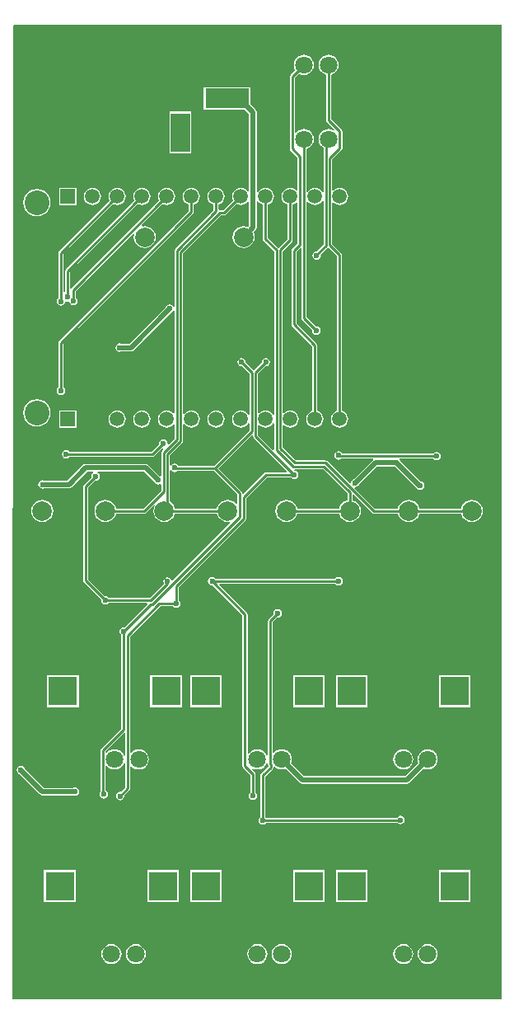
<source format=gbl>
G04*
G04 #@! TF.GenerationSoftware,Altium Limited,Altium Designer,19.0.10 (269)*
G04*
G04 Layer_Physical_Order=2*
G04 Layer_Color=16711680*
%FSLAX25Y25*%
%MOIN*%
G70*
G01*
G75*
%ADD46C,0.02000*%
%ADD47C,0.01000*%
%ADD48C,0.07874*%
%ADD49C,0.19685*%
%ADD50R,0.17717X0.07874*%
%ADD51R,0.07874X0.15748*%
%ADD52C,0.10000*%
%ADD53C,0.05906*%
%ADD54R,0.05906X0.05906*%
%ADD55R,0.11811X0.11811*%
%ADD56C,0.07087*%
%ADD57C,0.07087*%
%ADD58C,0.02362*%
G36*
X185825Y-21508D02*
X-12021D01*
X-12374Y-21154D01*
X-11975Y372392D01*
X-11575Y372792D01*
X185825D01*
Y-21508D01*
D02*
G37*
%LPC*%
G36*
X115625Y360470D02*
X114570Y360331D01*
X113586Y359924D01*
X112741Y359276D01*
X112093Y358431D01*
X111686Y357448D01*
X111547Y356392D01*
X111686Y355337D01*
X112093Y354353D01*
X112741Y353508D01*
X113586Y352860D01*
X114570Y352453D01*
X114606Y352448D01*
Y334073D01*
X114683Y333683D01*
X114904Y333352D01*
X117924Y330332D01*
X117664Y329924D01*
X116681Y330331D01*
X115625Y330470D01*
X114570Y330331D01*
X113586Y329924D01*
X112741Y329276D01*
X112093Y328431D01*
X111686Y327448D01*
X111547Y326392D01*
X111686Y325337D01*
X112093Y324353D01*
X112741Y323508D01*
X113586Y322860D01*
X113628Y322843D01*
Y305013D01*
X113128Y304913D01*
X113116Y304941D01*
X112563Y305663D01*
X111841Y306216D01*
X111001Y306564D01*
X110100Y306683D01*
X109199Y306564D01*
X108359Y306216D01*
X107638Y305663D01*
X107145Y305020D01*
X106838Y305061D01*
X106645Y305155D01*
Y322448D01*
X106681Y322453D01*
X107664Y322860D01*
X108509Y323508D01*
X109157Y324353D01*
X109564Y325337D01*
X109703Y326392D01*
X109564Y327448D01*
X109157Y328431D01*
X108509Y329276D01*
X107664Y329924D01*
X106681Y330331D01*
X105625Y330470D01*
X104570Y330331D01*
X103586Y329924D01*
X102742Y329276D01*
X102445Y328889D01*
X101945Y329059D01*
Y351270D01*
X103557Y352882D01*
X103586Y352860D01*
X104570Y352453D01*
X105625Y352314D01*
X106681Y352453D01*
X107664Y352860D01*
X108509Y353508D01*
X109157Y354353D01*
X109564Y355337D01*
X109703Y356392D01*
X109564Y357448D01*
X109157Y358431D01*
X108509Y359276D01*
X107664Y359924D01*
X106681Y360331D01*
X105625Y360470D01*
X104570Y360331D01*
X103586Y359924D01*
X102742Y359276D01*
X102093Y358431D01*
X101686Y357448D01*
X101547Y356392D01*
X101686Y355337D01*
X102093Y354353D01*
X102115Y354324D01*
X100204Y352413D01*
X99983Y352082D01*
X99906Y351692D01*
Y322492D01*
X99983Y322102D01*
X100204Y321771D01*
X103033Y318942D01*
Y305822D01*
X102728Y305719D01*
X102533Y305685D01*
X101841Y306216D01*
X101001Y306564D01*
X100100Y306683D01*
X99199Y306564D01*
X98359Y306216D01*
X97637Y305663D01*
X97084Y304941D01*
X96736Y304101D01*
X96618Y303200D01*
X96736Y302299D01*
X97084Y301459D01*
X97637Y300738D01*
X98359Y300184D01*
X99080Y299885D01*
Y285889D01*
X95710Y282519D01*
X95420Y282240D01*
X95032Y282527D01*
X91120Y286440D01*
Y299885D01*
X91841Y300184D01*
X92563Y300738D01*
X93116Y301459D01*
X93464Y302299D01*
X93583Y303200D01*
X93464Y304101D01*
X93116Y304941D01*
X92563Y305663D01*
X91841Y306216D01*
X91001Y306564D01*
X90100Y306683D01*
X89199Y306564D01*
X88359Y306216D01*
X87638Y305663D01*
X87084Y304941D01*
X87055Y304870D01*
X86555Y304970D01*
Y337313D01*
X86438Y337899D01*
X86107Y338395D01*
X83884Y340618D01*
Y347329D01*
X65167D01*
Y338455D01*
X81721D01*
X83496Y336680D01*
Y305268D01*
X82996Y305098D01*
X82563Y305663D01*
X81841Y306216D01*
X81001Y306564D01*
X80100Y306683D01*
X79199Y306564D01*
X78359Y306216D01*
X77637Y305663D01*
X77084Y304941D01*
X76736Y304101D01*
X76617Y303200D01*
X76736Y302299D01*
X77035Y301577D01*
X72970Y297512D01*
X71547D01*
X71120Y297937D01*
Y299885D01*
X71841Y300184D01*
X72562Y300738D01*
X73116Y301459D01*
X73464Y302299D01*
X73583Y303200D01*
X73464Y304101D01*
X73116Y304941D01*
X72562Y305663D01*
X71841Y306216D01*
X71001Y306564D01*
X70100Y306683D01*
X69199Y306564D01*
X68359Y306216D01*
X67637Y305663D01*
X67084Y304941D01*
X66736Y304101D01*
X66618Y303200D01*
X66736Y302299D01*
X67084Y301459D01*
X67637Y300738D01*
X68359Y300184D01*
X69080Y299885D01*
Y297589D01*
X53582Y282091D01*
X53361Y281760D01*
X53283Y281370D01*
Y258758D01*
X52783Y258606D01*
X52512Y259012D01*
X51956Y259384D01*
X51300Y259514D01*
X50644Y259384D01*
X50088Y259012D01*
X49716Y258456D01*
X49697Y258360D01*
X34966Y243629D01*
X31837D01*
X31756Y243684D01*
X31100Y243814D01*
X30444Y243684D01*
X29888Y243312D01*
X29516Y242756D01*
X29386Y242100D01*
X29516Y241444D01*
X29888Y240888D01*
X30444Y240516D01*
X31100Y240386D01*
X31756Y240516D01*
X31837Y240571D01*
X35600D01*
X36185Y240687D01*
X36681Y241019D01*
X51860Y256197D01*
X51956Y256216D01*
X52512Y256588D01*
X52783Y256994D01*
X53283Y256842D01*
Y215545D01*
X52783Y215375D01*
X52562Y215663D01*
X51841Y216216D01*
X51001Y216564D01*
X50100Y216683D01*
X49199Y216564D01*
X48359Y216216D01*
X47638Y215663D01*
X47084Y214941D01*
X46736Y214101D01*
X46617Y213200D01*
X46736Y212299D01*
X47084Y211459D01*
X47638Y210737D01*
X48359Y210184D01*
X49199Y209836D01*
X50100Y209717D01*
X51001Y209836D01*
X51841Y210184D01*
X52562Y210737D01*
X52783Y211025D01*
X53283Y210855D01*
Y205426D01*
X50899Y203042D01*
X50438Y203288D01*
X50439Y203292D01*
X50309Y203948D01*
X49937Y204504D01*
X49381Y204876D01*
X48725Y205006D01*
X48069Y204876D01*
X47513Y204504D01*
X47142Y203948D01*
X47011Y203292D01*
X47056Y203065D01*
X44003Y200012D01*
X10766D01*
X10637Y200204D01*
X10081Y200576D01*
X9425Y200706D01*
X8769Y200576D01*
X8213Y200204D01*
X7842Y199648D01*
X7711Y198992D01*
X7842Y198336D01*
X8213Y197780D01*
X8769Y197409D01*
X9425Y197278D01*
X10081Y197409D01*
X10637Y197780D01*
X10766Y197973D01*
X44425D01*
X44815Y198050D01*
X45146Y198271D01*
X48282Y201407D01*
X48520Y201370D01*
X48693Y200836D01*
X48204Y200347D01*
X47983Y200016D01*
X47906Y199626D01*
Y190251D01*
X47406Y189983D01*
X47256Y190084D01*
X47160Y190103D01*
X42689Y194574D01*
X42193Y194905D01*
X41608Y195021D01*
X17225D01*
X16640Y194905D01*
X16144Y194574D01*
X9892Y188321D01*
X580D01*
X499Y188376D01*
X-157Y188506D01*
X-813Y188376D01*
X-1369Y188004D01*
X-1740Y187448D01*
X-1871Y186792D01*
X-1740Y186136D01*
X-1369Y185580D01*
X-813Y185209D01*
X-157Y185078D01*
X499Y185209D01*
X580Y185263D01*
X10525D01*
X11111Y185379D01*
X11607Y185711D01*
X17859Y191963D01*
X20349D01*
X20500Y191463D01*
X20113Y191204D01*
X19742Y190648D01*
X19611Y189992D01*
X19656Y189765D01*
X16504Y186613D01*
X16283Y186282D01*
X16206Y185892D01*
Y147892D01*
X16283Y147502D01*
X16504Y147171D01*
X23556Y140119D01*
X23511Y139892D01*
X23642Y139236D01*
X24013Y138680D01*
X24569Y138309D01*
X25225Y138178D01*
X25881Y138309D01*
X26437Y138680D01*
X26566Y138873D01*
X42110D01*
X42302Y138411D01*
X32952Y129061D01*
X32725Y129106D01*
X32069Y128976D01*
X31513Y128604D01*
X31142Y128048D01*
X31011Y127392D01*
X31142Y126736D01*
X31513Y126180D01*
X31706Y126052D01*
Y88115D01*
X23604Y80013D01*
X23383Y79682D01*
X23306Y79292D01*
Y62393D01*
X23142Y62148D01*
X23011Y61492D01*
X23142Y60836D01*
X23513Y60280D01*
X24069Y59909D01*
X24725Y59778D01*
X25381Y59909D01*
X25937Y60280D01*
X26309Y60836D01*
X26439Y61492D01*
X26309Y62148D01*
X25937Y62704D01*
X25381Y63076D01*
X25345Y63083D01*
Y72942D01*
X25845Y73112D01*
X26123Y72749D01*
X26968Y72101D01*
X27952Y71693D01*
X29007Y71554D01*
X30063Y71693D01*
X31046Y72101D01*
X31891Y72749D01*
X32539Y73593D01*
X32787Y74191D01*
X33287Y74092D01*
Y64296D01*
X31452Y62461D01*
X31225Y62506D01*
X30569Y62376D01*
X30013Y62004D01*
X29642Y61448D01*
X29511Y60792D01*
X29642Y60136D01*
X30013Y59580D01*
X30569Y59209D01*
X31225Y59078D01*
X31881Y59209D01*
X32437Y59580D01*
X32809Y60136D01*
X32939Y60792D01*
X32894Y61019D01*
X35027Y63152D01*
X35248Y63483D01*
X35326Y63873D01*
Y72805D01*
X35799Y72966D01*
X35966Y72749D01*
X36810Y72101D01*
X37794Y71693D01*
X38850Y71554D01*
X39905Y71693D01*
X40889Y72101D01*
X41733Y72749D01*
X42382Y73593D01*
X42789Y74577D01*
X42928Y75632D01*
X42789Y76688D01*
X42382Y77671D01*
X41733Y78516D01*
X40889Y79164D01*
X39905Y79571D01*
X38850Y79711D01*
X37794Y79571D01*
X36810Y79164D01*
X35966Y78516D01*
X35799Y78299D01*
X35326Y78460D01*
Y125351D01*
X47548Y137573D01*
X52585D01*
X52713Y137380D01*
X53269Y137009D01*
X53925Y136878D01*
X54581Y137009D01*
X55137Y137380D01*
X55509Y137936D01*
X55639Y138592D01*
X55509Y139248D01*
X55137Y139804D01*
X54945Y139933D01*
Y145364D01*
X81916Y172336D01*
X82138Y172666D01*
X82215Y173057D01*
Y181273D01*
X90614Y189673D01*
X100385D01*
X100513Y189480D01*
X101069Y189109D01*
X101725Y188978D01*
X102381Y189109D01*
X102937Y189480D01*
X103309Y190036D01*
X103439Y190692D01*
X103309Y191348D01*
X102937Y191904D01*
X102381Y192276D01*
X101874Y192376D01*
X101804Y192473D01*
X102056Y192973D01*
X113391D01*
X123172Y183191D01*
Y180367D01*
X123034Y180349D01*
X121954Y179902D01*
X121027Y179191D01*
X120316Y178264D01*
X119869Y177184D01*
X119851Y177046D01*
X102942D01*
X102924Y177184D01*
X102477Y178264D01*
X101766Y179191D01*
X100839Y179902D01*
X99760Y180349D01*
X98601Y180501D01*
X97443Y180349D01*
X96364Y179902D01*
X95437Y179191D01*
X94726Y178264D01*
X94279Y177184D01*
X94126Y176026D01*
X94279Y174868D01*
X94726Y173788D01*
X95437Y172862D01*
X96364Y172150D01*
X97443Y171703D01*
X98601Y171551D01*
X99760Y171703D01*
X100839Y172150D01*
X101766Y172862D01*
X102477Y173788D01*
X102924Y174868D01*
X102942Y175006D01*
X119851D01*
X119869Y174868D01*
X120316Y173788D01*
X121027Y172862D01*
X121954Y172150D01*
X123034Y171703D01*
X124192Y171551D01*
X125350Y171703D01*
X126429Y172150D01*
X127356Y172862D01*
X128068Y173788D01*
X128515Y174868D01*
X128667Y176026D01*
X128515Y177184D01*
X128068Y178264D01*
X127356Y179191D01*
X126429Y179902D01*
X125350Y180349D01*
X125212Y180367D01*
Y182620D01*
X125673Y182811D01*
X133180Y175305D01*
X133510Y175084D01*
X133901Y175006D01*
X143694D01*
X143712Y174868D01*
X144159Y173788D01*
X144870Y172862D01*
X145797Y172150D01*
X146876Y171703D01*
X148035Y171551D01*
X149193Y171703D01*
X150272Y172150D01*
X151199Y172862D01*
X151910Y173788D01*
X152357Y174868D01*
X152376Y175006D01*
X169284D01*
X169302Y174868D01*
X169749Y173788D01*
X170461Y172862D01*
X171388Y172150D01*
X172467Y171703D01*
X173625Y171551D01*
X174784Y171703D01*
X175863Y172150D01*
X176790Y172862D01*
X177501Y173788D01*
X177948Y174868D01*
X178101Y176026D01*
X177948Y177184D01*
X177501Y178264D01*
X176790Y179191D01*
X175863Y179902D01*
X174784Y180349D01*
X173625Y180501D01*
X172467Y180349D01*
X171388Y179902D01*
X170461Y179191D01*
X169749Y178264D01*
X169302Y177184D01*
X169284Y177046D01*
X152376D01*
X152357Y177184D01*
X151910Y178264D01*
X151199Y179191D01*
X150272Y179902D01*
X149193Y180349D01*
X148035Y180501D01*
X146876Y180349D01*
X145797Y179902D01*
X144870Y179191D01*
X144159Y178264D01*
X143712Y177184D01*
X143694Y177046D01*
X134323D01*
X126141Y185228D01*
X126387Y185688D01*
X126400Y185686D01*
X127056Y185816D01*
X127612Y186188D01*
X127984Y186744D01*
X128003Y186840D01*
X135233Y194071D01*
X142363D01*
X142444Y194016D01*
X142540Y193997D01*
X151319Y185219D01*
X151467Y185119D01*
X151488Y185088D01*
X152044Y184716D01*
X152700Y184586D01*
X153356Y184716D01*
X153912Y185088D01*
X154284Y185644D01*
X154414Y186300D01*
X154284Y186956D01*
X153912Y187512D01*
X153356Y187884D01*
X152886Y187977D01*
X144703Y196160D01*
X144684Y196256D01*
X144312Y196812D01*
X144296Y196823D01*
X144448Y197322D01*
X157884D01*
X158113Y196980D01*
X158669Y196609D01*
X159325Y196478D01*
X159981Y196609D01*
X160537Y196980D01*
X160909Y197536D01*
X161039Y198192D01*
X160909Y198848D01*
X160537Y199404D01*
X159981Y199776D01*
X159325Y199906D01*
X158669Y199776D01*
X158113Y199404D01*
X158085Y199362D01*
X121166D01*
X120937Y199704D01*
X120381Y200076D01*
X119725Y200206D01*
X119069Y200076D01*
X118513Y199704D01*
X118142Y199148D01*
X118011Y198492D01*
X118142Y197836D01*
X118513Y197280D01*
X119069Y196909D01*
X119725Y196778D01*
X120381Y196909D01*
X120937Y197280D01*
X120966Y197322D01*
X133578D01*
X133730Y196823D01*
X133519Y196681D01*
X125840Y189003D01*
X125744Y188984D01*
X125188Y188612D01*
X124816Y188056D01*
X124686Y187400D01*
X124688Y187387D01*
X124228Y187141D01*
X115155Y196213D01*
X114825Y196434D01*
X114435Y196512D01*
X102448D01*
X97167Y201792D01*
Y210578D01*
X97472Y210681D01*
X97667Y210715D01*
X98359Y210184D01*
X99199Y209836D01*
X100100Y209717D01*
X101001Y209836D01*
X101841Y210184D01*
X102563Y210737D01*
X103116Y211459D01*
X103464Y212299D01*
X103583Y213200D01*
X103464Y214101D01*
X103116Y214941D01*
X102563Y215663D01*
X101841Y216216D01*
X101001Y216564D01*
X100100Y216683D01*
X99199Y216564D01*
X98359Y216216D01*
X97667Y215685D01*
X97472Y215719D01*
X97167Y215822D01*
Y281092D01*
X100821Y284746D01*
X101042Y285077D01*
X101120Y285467D01*
Y299885D01*
X101841Y300184D01*
X102533Y300715D01*
X102728Y300681D01*
X103033Y300578D01*
Y284115D01*
X100804Y281886D01*
X100583Y281555D01*
X100506Y281165D01*
Y251492D01*
X100583Y251102D01*
X100804Y250771D01*
X109080Y242495D01*
Y216515D01*
X108359Y216216D01*
X107638Y215663D01*
X107084Y214941D01*
X106736Y214101D01*
X106617Y213200D01*
X106736Y212299D01*
X107084Y211459D01*
X107638Y210737D01*
X108359Y210184D01*
X109199Y209836D01*
X110100Y209717D01*
X111001Y209836D01*
X111841Y210184D01*
X112563Y210737D01*
X113116Y211459D01*
X113464Y212299D01*
X113583Y213200D01*
X113464Y214101D01*
X113116Y214941D01*
X112563Y215663D01*
X111841Y216216D01*
X111120Y216515D01*
Y242917D01*
X111042Y243307D01*
X110821Y243638D01*
X102545Y251915D01*
Y280742D01*
X104144Y282341D01*
X104606Y282150D01*
Y254092D01*
X104683Y253702D01*
X104904Y253371D01*
X109056Y249219D01*
X109011Y248992D01*
X109142Y248336D01*
X109513Y247780D01*
X110069Y247409D01*
X110725Y247278D01*
X111381Y247409D01*
X111937Y247780D01*
X112309Y248336D01*
X112439Y248992D01*
X112309Y249648D01*
X111937Y250204D01*
X111381Y250576D01*
X110725Y250706D01*
X110498Y250661D01*
X106645Y254515D01*
Y301245D01*
X106838Y301339D01*
X107145Y301380D01*
X107638Y300738D01*
X108359Y300184D01*
X109199Y299836D01*
X110100Y299717D01*
X111001Y299836D01*
X111841Y300184D01*
X112563Y300738D01*
X113116Y301459D01*
X113128Y301487D01*
X113628Y301388D01*
Y283837D01*
X110790Y280999D01*
X110169Y280876D01*
X109613Y280504D01*
X109242Y279948D01*
X109111Y279292D01*
X109242Y278636D01*
X109613Y278080D01*
X110169Y277709D01*
X110825Y277578D01*
X111481Y277709D01*
X112037Y278080D01*
X112409Y278636D01*
X112539Y279292D01*
X112444Y279769D01*
X115368Y282693D01*
X115563Y282712D01*
X119080Y279195D01*
Y216515D01*
X118359Y216216D01*
X117638Y215663D01*
X117084Y214941D01*
X116736Y214101D01*
X116618Y213200D01*
X116736Y212299D01*
X117084Y211459D01*
X117638Y210737D01*
X118359Y210184D01*
X119199Y209836D01*
X120100Y209717D01*
X121001Y209836D01*
X121841Y210184D01*
X122563Y210737D01*
X123116Y211459D01*
X123464Y212299D01*
X123583Y213200D01*
X123464Y214101D01*
X123116Y214941D01*
X122563Y215663D01*
X121841Y216216D01*
X121120Y216515D01*
Y279617D01*
X121042Y280008D01*
X120821Y280338D01*
X117167Y283992D01*
Y300578D01*
X117472Y300681D01*
X117667Y300715D01*
X118359Y300184D01*
X119199Y299836D01*
X120100Y299717D01*
X121001Y299836D01*
X121841Y300184D01*
X122563Y300738D01*
X123116Y301459D01*
X123464Y302299D01*
X123583Y303200D01*
X123464Y304101D01*
X123116Y304941D01*
X122563Y305663D01*
X121841Y306216D01*
X121001Y306564D01*
X120100Y306683D01*
X119199Y306564D01*
X118359Y306216D01*
X117667Y305685D01*
X117472Y305719D01*
X117167Y305822D01*
Y318292D01*
X120889Y322014D01*
X121110Y322345D01*
X121188Y322735D01*
Y329530D01*
X121110Y329920D01*
X120889Y330251D01*
X116645Y334496D01*
Y352448D01*
X116681Y352453D01*
X117664Y352860D01*
X118509Y353508D01*
X119157Y354353D01*
X119564Y355337D01*
X119703Y356392D01*
X119564Y357448D01*
X119157Y358431D01*
X118509Y359276D01*
X117664Y359924D01*
X116681Y360331D01*
X115625Y360470D01*
D02*
G37*
G36*
X60065Y337487D02*
X51191D01*
Y320739D01*
X60065D01*
Y337487D01*
D02*
G37*
G36*
X13553Y306653D02*
X6647D01*
Y299747D01*
X13553D01*
Y306653D01*
D02*
G37*
G36*
X50100Y306683D02*
X49199Y306564D01*
X48359Y306216D01*
X47638Y305663D01*
X47084Y304941D01*
X46736Y304101D01*
X46617Y303200D01*
X46736Y302299D01*
X47035Y301577D01*
X11504Y266046D01*
X11445Y265957D01*
X10945Y266109D01*
Y272603D01*
X38477Y300135D01*
X39199Y299836D01*
X40100Y299717D01*
X41001Y299836D01*
X41841Y300184D01*
X42562Y300738D01*
X43116Y301459D01*
X43464Y302299D01*
X43583Y303200D01*
X43464Y304101D01*
X43116Y304941D01*
X42562Y305663D01*
X41841Y306216D01*
X41001Y306564D01*
X40100Y306683D01*
X39199Y306564D01*
X38359Y306216D01*
X37637Y305663D01*
X37084Y304941D01*
X36736Y304101D01*
X36617Y303200D01*
X36736Y302299D01*
X37035Y301577D01*
X9204Y273746D01*
X8983Y273415D01*
X8906Y273025D01*
Y264304D01*
X8845Y264263D01*
X8345Y264526D01*
Y280003D01*
X28477Y300135D01*
X29199Y299836D01*
X30100Y299717D01*
X31001Y299836D01*
X31841Y300184D01*
X32563Y300738D01*
X33116Y301459D01*
X33464Y302299D01*
X33583Y303200D01*
X33464Y304101D01*
X33116Y304941D01*
X32563Y305663D01*
X31841Y306216D01*
X31001Y306564D01*
X30100Y306683D01*
X29199Y306564D01*
X28359Y306216D01*
X27637Y305663D01*
X27084Y304941D01*
X26736Y304101D01*
X26618Y303200D01*
X26736Y302299D01*
X27035Y301577D01*
X6604Y281146D01*
X6383Y280815D01*
X6306Y280425D01*
Y262133D01*
X6113Y262004D01*
X5742Y261448D01*
X5611Y260792D01*
X5742Y260136D01*
X6113Y259580D01*
X6669Y259209D01*
X7325Y259078D01*
X7981Y259209D01*
X8537Y259580D01*
X8909Y260136D01*
X8981Y260500D01*
X9203Y260814D01*
X9523Y260858D01*
X9925Y260778D01*
X10250Y260843D01*
X10595Y260880D01*
X10793Y260480D01*
X10842Y260236D01*
X11213Y259680D01*
X11769Y259309D01*
X12425Y259178D01*
X13081Y259309D01*
X13637Y259680D01*
X14009Y260236D01*
X14139Y260892D01*
X14009Y261548D01*
X13637Y262104D01*
X13245Y262366D01*
Y264903D01*
X36474Y288132D01*
X36888Y287839D01*
X36750Y286792D01*
X36902Y285634D01*
X37350Y284555D01*
X38061Y283628D01*
X38988Y282916D01*
X40067Y282469D01*
X41225Y282317D01*
X42384Y282469D01*
X43463Y282916D01*
X44390Y283628D01*
X45101Y284555D01*
X45548Y285634D01*
X45700Y286792D01*
X45548Y287950D01*
X45101Y289030D01*
X44390Y289957D01*
X43463Y290668D01*
X42384Y291115D01*
X41225Y291267D01*
X40179Y291130D01*
X39886Y291544D01*
X48477Y300135D01*
X49199Y299836D01*
X50100Y299717D01*
X51001Y299836D01*
X51841Y300184D01*
X52562Y300738D01*
X53116Y301459D01*
X53464Y302299D01*
X53583Y303200D01*
X53464Y304101D01*
X53116Y304941D01*
X52562Y305663D01*
X51841Y306216D01*
X51001Y306564D01*
X50100Y306683D01*
D02*
G37*
G36*
X20100D02*
X19199Y306564D01*
X18359Y306216D01*
X17638Y305663D01*
X17084Y304941D01*
X16736Y304101D01*
X16617Y303200D01*
X16736Y302299D01*
X17084Y301459D01*
X17638Y300738D01*
X18359Y300184D01*
X19199Y299836D01*
X20100Y299717D01*
X21001Y299836D01*
X21841Y300184D01*
X22562Y300738D01*
X23116Y301459D01*
X23464Y302299D01*
X23583Y303200D01*
X23464Y304101D01*
X23116Y304941D01*
X22562Y305663D01*
X21841Y306216D01*
X21001Y306564D01*
X20100Y306683D01*
D02*
G37*
G36*
X-2400Y306247D02*
X-3836Y306059D01*
X-5174Y305504D01*
X-6323Y304623D01*
X-7204Y303474D01*
X-7758Y302136D01*
X-7947Y300700D01*
X-7758Y299264D01*
X-7204Y297926D01*
X-6323Y296777D01*
X-5174Y295896D01*
X-3836Y295342D01*
X-2400Y295153D01*
X-964Y295342D01*
X374Y295896D01*
X1523Y296777D01*
X2404Y297926D01*
X2958Y299264D01*
X3148Y300700D01*
X2958Y302136D01*
X2404Y303474D01*
X1523Y304623D01*
X374Y305504D01*
X-964Y306059D01*
X-2400Y306247D01*
D02*
G37*
G36*
X60100Y306683D02*
X59199Y306564D01*
X58359Y306216D01*
X57638Y305663D01*
X57084Y304941D01*
X56736Y304101D01*
X56617Y303200D01*
X56736Y302299D01*
X57084Y301459D01*
X57638Y300738D01*
X58359Y300184D01*
X59080Y299885D01*
Y297289D01*
X6604Y244813D01*
X6383Y244482D01*
X6306Y244092D01*
Y225933D01*
X6113Y225804D01*
X5742Y225248D01*
X5611Y224592D01*
X5742Y223936D01*
X6113Y223380D01*
X6669Y223009D01*
X7325Y222878D01*
X7981Y223009D01*
X8537Y223380D01*
X8909Y223936D01*
X9039Y224592D01*
X8909Y225248D01*
X8537Y225804D01*
X8345Y225933D01*
Y243670D01*
X60821Y296146D01*
X61042Y296477D01*
X61120Y296867D01*
Y299885D01*
X61841Y300184D01*
X62563Y300738D01*
X63116Y301459D01*
X63464Y302299D01*
X63583Y303200D01*
X63464Y304101D01*
X63116Y304941D01*
X62563Y305663D01*
X61841Y306216D01*
X61001Y306564D01*
X60100Y306683D01*
D02*
G37*
G36*
X-2400Y221248D02*
X-3836Y221059D01*
X-5174Y220504D01*
X-6323Y219623D01*
X-7204Y218474D01*
X-7758Y217136D01*
X-7947Y215700D01*
X-7758Y214264D01*
X-7204Y212926D01*
X-6323Y211777D01*
X-5174Y210896D01*
X-3836Y210342D01*
X-2400Y210153D01*
X-964Y210342D01*
X374Y210896D01*
X1523Y211777D01*
X2404Y212926D01*
X2958Y214264D01*
X3148Y215700D01*
X2958Y217136D01*
X2404Y218474D01*
X1523Y219623D01*
X374Y220504D01*
X-964Y221059D01*
X-2400Y221248D01*
D02*
G37*
G36*
X13553Y216653D02*
X6647D01*
Y209747D01*
X13553D01*
Y216653D01*
D02*
G37*
G36*
X40100Y216683D02*
X39199Y216564D01*
X38359Y216216D01*
X37637Y215663D01*
X37084Y214941D01*
X36736Y214101D01*
X36617Y213200D01*
X36736Y212299D01*
X37084Y211459D01*
X37637Y210737D01*
X38359Y210184D01*
X39199Y209836D01*
X40100Y209717D01*
X41001Y209836D01*
X41841Y210184D01*
X42562Y210737D01*
X43116Y211459D01*
X43464Y212299D01*
X43583Y213200D01*
X43464Y214101D01*
X43116Y214941D01*
X42562Y215663D01*
X41841Y216216D01*
X41001Y216564D01*
X40100Y216683D01*
D02*
G37*
G36*
X30100D02*
X29199Y216564D01*
X28359Y216216D01*
X27637Y215663D01*
X27084Y214941D01*
X26736Y214101D01*
X26618Y213200D01*
X26736Y212299D01*
X27084Y211459D01*
X27637Y210737D01*
X28359Y210184D01*
X29199Y209836D01*
X30100Y209717D01*
X31001Y209836D01*
X31841Y210184D01*
X32563Y210737D01*
X33116Y211459D01*
X33464Y212299D01*
X33583Y213200D01*
X33464Y214101D01*
X33116Y214941D01*
X32563Y215663D01*
X31841Y216216D01*
X31001Y216564D01*
X30100Y216683D01*
D02*
G37*
G36*
X-265Y180501D02*
X-1424Y180349D01*
X-2503Y179902D01*
X-3430Y179191D01*
X-4141Y178264D01*
X-4588Y177184D01*
X-4741Y176026D01*
X-4588Y174868D01*
X-4141Y173788D01*
X-3430Y172862D01*
X-2503Y172150D01*
X-1424Y171703D01*
X-265Y171551D01*
X893Y171703D01*
X1972Y172150D01*
X2899Y172862D01*
X3610Y173788D01*
X4058Y174868D01*
X4210Y176026D01*
X4058Y177184D01*
X3610Y178264D01*
X2899Y179191D01*
X1972Y179902D01*
X893Y180349D01*
X-265Y180501D01*
D02*
G37*
G36*
X119625Y149406D02*
X118969Y149276D01*
X118413Y148904D01*
X118285Y148712D01*
X69866D01*
X69737Y148904D01*
X69181Y149276D01*
X68525Y149406D01*
X67869Y149276D01*
X67313Y148904D01*
X66942Y148348D01*
X66811Y147692D01*
X66942Y147036D01*
X67313Y146480D01*
X67869Y146109D01*
X68525Y145978D01*
X68752Y146023D01*
X80806Y133970D01*
Y72992D01*
X80883Y72602D01*
X81104Y72271D01*
X84006Y69370D01*
Y62233D01*
X83813Y62104D01*
X83442Y61548D01*
X83311Y60892D01*
X83442Y60236D01*
X83813Y59680D01*
X84369Y59309D01*
X85025Y59178D01*
X85681Y59309D01*
X86237Y59680D01*
X86609Y60236D01*
X86739Y60892D01*
X86609Y61548D01*
X86237Y62104D01*
X86045Y62233D01*
Y69792D01*
X85967Y70182D01*
X85746Y70513D01*
X84639Y71620D01*
X84922Y72044D01*
X85770Y71693D01*
X86825Y71554D01*
X87881Y71693D01*
X88864Y72101D01*
X89709Y72749D01*
X90357Y73593D01*
X90605Y74191D01*
X91105Y74092D01*
Y73750D01*
X91182Y73360D01*
X91187Y73354D01*
Y72796D01*
X88304Y69913D01*
X88083Y69582D01*
X88006Y69192D01*
Y52233D01*
X87813Y52104D01*
X87442Y51548D01*
X87311Y50892D01*
X87442Y50236D01*
X87813Y49680D01*
X88369Y49309D01*
X89025Y49178D01*
X89681Y49309D01*
X90237Y49680D01*
X90433Y49973D01*
X143451D01*
X143513Y49880D01*
X144069Y49509D01*
X144725Y49378D01*
X145381Y49509D01*
X145937Y49880D01*
X146309Y50436D01*
X146439Y51092D01*
X146309Y51748D01*
X145937Y52304D01*
X145381Y52676D01*
X144725Y52806D01*
X144069Y52676D01*
X143513Y52304D01*
X143318Y52012D01*
X90299D01*
X90237Y52104D01*
X90045Y52233D01*
Y68770D01*
X92927Y71652D01*
X93148Y71983D01*
X93226Y72373D01*
Y72698D01*
X93699Y72859D01*
X93784Y72749D01*
X94629Y72101D01*
X95612Y71693D01*
X96668Y71554D01*
X97723Y71693D01*
X98233Y71904D01*
X103927Y66211D01*
X104423Y65879D01*
X105008Y65763D01*
X147383D01*
X147968Y65879D01*
X148464Y66211D01*
X154158Y71904D01*
X154667Y71693D01*
X155723Y71554D01*
X156778Y71693D01*
X157762Y72101D01*
X158607Y72749D01*
X159255Y73593D01*
X159662Y74577D01*
X159801Y75632D01*
X159662Y76688D01*
X159255Y77671D01*
X158607Y78516D01*
X157762Y79164D01*
X156778Y79571D01*
X155723Y79711D01*
X154667Y79571D01*
X153684Y79164D01*
X152839Y78516D01*
X152191Y77671D01*
X151784Y76688D01*
X151645Y75632D01*
X151784Y74577D01*
X151995Y74067D01*
X146749Y68822D01*
X105641D01*
X100396Y74067D01*
X100607Y74577D01*
X100746Y75632D01*
X100607Y76688D01*
X100200Y77671D01*
X99551Y78516D01*
X98707Y79164D01*
X97723Y79571D01*
X96668Y79711D01*
X95612Y79571D01*
X94629Y79164D01*
X93784Y78516D01*
X93617Y78299D01*
X93144Y78460D01*
Y131269D01*
X94798Y132923D01*
X95025Y132878D01*
X95681Y133009D01*
X96237Y133380D01*
X96609Y133936D01*
X96739Y134592D01*
X96609Y135248D01*
X96237Y135804D01*
X95681Y136176D01*
X95025Y136306D01*
X94369Y136176D01*
X93813Y135804D01*
X93442Y135248D01*
X93311Y134592D01*
X93356Y134365D01*
X91404Y132412D01*
X91182Y132081D01*
X91105Y131691D01*
Y77173D01*
X90605Y77073D01*
X90357Y77671D01*
X89709Y78516D01*
X88864Y79164D01*
X87881Y79571D01*
X86825Y79711D01*
X85770Y79571D01*
X84786Y79164D01*
X83942Y78516D01*
X83345Y77738D01*
X83100Y77760D01*
X82845Y77876D01*
Y134392D01*
X82767Y134782D01*
X82546Y135113D01*
X71449Y146211D01*
X71640Y146672D01*
X118285D01*
X118413Y146480D01*
X118969Y146109D01*
X119625Y145978D01*
X120281Y146109D01*
X120837Y146480D01*
X121209Y147036D01*
X121339Y147692D01*
X121209Y148348D01*
X120837Y148904D01*
X120281Y149276D01*
X119625Y149406D01*
D02*
G37*
G36*
X131420Y109597D02*
X118609D01*
Y96786D01*
X131420D01*
Y109597D01*
D02*
G37*
G36*
X72365D02*
X59554D01*
Y96786D01*
X72365D01*
Y109597D01*
D02*
G37*
G36*
X14547D02*
X1736D01*
Y96786D01*
X14547D01*
Y109597D01*
D02*
G37*
G36*
X173152Y109597D02*
X160341D01*
Y96786D01*
X173152D01*
Y109597D01*
D02*
G37*
G36*
X114097D02*
X101286D01*
Y96786D01*
X114097D01*
Y109597D01*
D02*
G37*
G36*
X56279D02*
X43468D01*
Y96786D01*
X56279D01*
Y109597D01*
D02*
G37*
G36*
X145880Y79711D02*
X144825Y79571D01*
X143841Y79164D01*
X142997Y78516D01*
X142349Y77671D01*
X141941Y76688D01*
X141802Y75632D01*
X141941Y74577D01*
X142349Y73593D01*
X142997Y72749D01*
X143841Y72101D01*
X144825Y71693D01*
X145880Y71554D01*
X146936Y71693D01*
X147919Y72101D01*
X148764Y72749D01*
X149412Y73593D01*
X149820Y74577D01*
X149959Y75632D01*
X149820Y76688D01*
X149412Y77671D01*
X148764Y78516D01*
X147919Y79164D01*
X146936Y79571D01*
X145880Y79711D01*
D02*
G37*
G36*
X-8900Y73006D02*
X-9556Y72876D01*
X-10112Y72504D01*
X-10484Y71948D01*
X-10614Y71292D01*
X-10484Y70636D01*
X-10112Y70080D01*
X-9556Y69709D01*
X-9460Y69690D01*
X-1281Y61511D01*
X-785Y61179D01*
X-200Y61063D01*
X12188D01*
X12269Y61009D01*
X12925Y60878D01*
X13581Y61009D01*
X14137Y61380D01*
X14509Y61936D01*
X14639Y62592D01*
X14509Y63248D01*
X14137Y63804D01*
X13581Y64176D01*
X12925Y64306D01*
X12269Y64176D01*
X12188Y64122D01*
X434D01*
X-7297Y71852D01*
X-7316Y71948D01*
X-7688Y72504D01*
X-8244Y72876D01*
X-8900Y73006D01*
D02*
G37*
G36*
X131420Y30857D02*
X118609D01*
Y18046D01*
X131420D01*
Y30857D01*
D02*
G37*
G36*
X72365D02*
X59554D01*
Y18046D01*
X72365D01*
Y30857D01*
D02*
G37*
G36*
X13309D02*
X498D01*
Y18046D01*
X13309D01*
Y30857D01*
D02*
G37*
G36*
X173152Y30857D02*
X160341D01*
Y18046D01*
X173152D01*
Y30857D01*
D02*
G37*
G36*
X114097D02*
X101286D01*
Y18046D01*
X114097D01*
Y30857D01*
D02*
G37*
G36*
X55042D02*
X42231D01*
Y18046D01*
X55042D01*
Y30857D01*
D02*
G37*
G36*
X155723Y970D02*
X154667Y831D01*
X153684Y424D01*
X152839Y-224D01*
X152191Y-1069D01*
X151784Y-2052D01*
X151645Y-3108D01*
X151784Y-4163D01*
X152191Y-5147D01*
X152839Y-5992D01*
X153684Y-6640D01*
X154667Y-7047D01*
X155723Y-7186D01*
X156778Y-7047D01*
X157762Y-6640D01*
X158607Y-5992D01*
X159255Y-5147D01*
X159662Y-4163D01*
X159801Y-3108D01*
X159662Y-2052D01*
X159255Y-1069D01*
X158607Y-224D01*
X157762Y424D01*
X156778Y831D01*
X155723Y970D01*
D02*
G37*
G36*
X145880D02*
X144825Y831D01*
X143841Y424D01*
X142997Y-224D01*
X142349Y-1069D01*
X141941Y-2052D01*
X141802Y-3108D01*
X141941Y-4163D01*
X142349Y-5147D01*
X142997Y-5992D01*
X143841Y-6640D01*
X144825Y-7047D01*
X145880Y-7186D01*
X146936Y-7047D01*
X147919Y-6640D01*
X148764Y-5992D01*
X149412Y-5147D01*
X149820Y-4163D01*
X149959Y-3108D01*
X149820Y-2052D01*
X149412Y-1069D01*
X148764Y-224D01*
X147919Y424D01*
X146936Y831D01*
X145880Y970D01*
D02*
G37*
G36*
X96668D02*
X95612Y831D01*
X94629Y424D01*
X93784Y-224D01*
X93136Y-1069D01*
X92729Y-2052D01*
X92589Y-3108D01*
X92729Y-4163D01*
X93136Y-5147D01*
X93784Y-5992D01*
X94629Y-6640D01*
X95612Y-7047D01*
X96668Y-7186D01*
X97723Y-7047D01*
X98707Y-6640D01*
X99551Y-5992D01*
X100200Y-5147D01*
X100607Y-4163D01*
X100746Y-3108D01*
X100607Y-2052D01*
X100200Y-1069D01*
X99551Y-224D01*
X98707Y424D01*
X97723Y831D01*
X96668Y970D01*
D02*
G37*
G36*
X86825D02*
X85770Y831D01*
X84786Y424D01*
X83942Y-224D01*
X83293Y-1069D01*
X82886Y-2052D01*
X82747Y-3108D01*
X82886Y-4163D01*
X83293Y-5147D01*
X83942Y-5992D01*
X84786Y-6640D01*
X85770Y-7047D01*
X86825Y-7186D01*
X87881Y-7047D01*
X88864Y-6640D01*
X89709Y-5992D01*
X90357Y-5147D01*
X90764Y-4163D01*
X90903Y-3108D01*
X90764Y-2052D01*
X90357Y-1069D01*
X89709Y-224D01*
X88864Y424D01*
X87881Y831D01*
X86825Y970D01*
D02*
G37*
G36*
X37613D02*
X36557Y831D01*
X35574Y424D01*
X34729Y-224D01*
X34081Y-1069D01*
X33673Y-2052D01*
X33534Y-3108D01*
X33673Y-4163D01*
X34081Y-5147D01*
X34729Y-5992D01*
X35574Y-6640D01*
X36557Y-7047D01*
X37613Y-7186D01*
X38668Y-7047D01*
X39652Y-6640D01*
X40496Y-5992D01*
X41144Y-5147D01*
X41552Y-4163D01*
X41691Y-3108D01*
X41552Y-2052D01*
X41144Y-1069D01*
X40496Y-224D01*
X39652Y424D01*
X38668Y831D01*
X37613Y970D01*
D02*
G37*
G36*
X27770D02*
X26715Y831D01*
X25731Y424D01*
X24886Y-224D01*
X24238Y-1069D01*
X23831Y-2052D01*
X23692Y-3108D01*
X23831Y-4163D01*
X24238Y-5147D01*
X24886Y-5992D01*
X25731Y-6640D01*
X26715Y-7047D01*
X27770Y-7186D01*
X28826Y-7047D01*
X29809Y-6640D01*
X30654Y-5992D01*
X31302Y-5147D01*
X31709Y-4163D01*
X31848Y-3108D01*
X31709Y-2052D01*
X31302Y-1069D01*
X30654Y-224D01*
X29809Y424D01*
X28826Y831D01*
X27770Y970D01*
D02*
G37*
%LPD*%
G36*
X87084Y301459D02*
X87638Y300738D01*
X88359Y300184D01*
X89080Y299885D01*
Y286017D01*
X89158Y285627D01*
X89379Y285296D01*
X93628Y281048D01*
Y215013D01*
X93128Y214913D01*
X93116Y214941D01*
X92563Y215663D01*
X91841Y216216D01*
X91001Y216564D01*
X90100Y216683D01*
X89199Y216564D01*
X88359Y216216D01*
X87667Y215685D01*
X87472Y215719D01*
X87167Y215822D01*
Y231692D01*
X89998Y234523D01*
X90225Y234478D01*
X90881Y234609D01*
X91437Y234980D01*
X91809Y235536D01*
X91939Y236192D01*
X91809Y236848D01*
X91437Y237404D01*
X90881Y237776D01*
X90225Y237906D01*
X89569Y237776D01*
X89013Y237404D01*
X88642Y236848D01*
X88511Y236192D01*
X88556Y235965D01*
X85426Y232835D01*
X85242Y232817D01*
X82094Y235965D01*
X82139Y236192D01*
X82009Y236848D01*
X81637Y237404D01*
X81081Y237776D01*
X80425Y237906D01*
X79769Y237776D01*
X79213Y237404D01*
X78842Y236848D01*
X78711Y236192D01*
X78842Y235536D01*
X79213Y234980D01*
X79769Y234609D01*
X80425Y234478D01*
X80652Y234523D01*
X83628Y231548D01*
Y215013D01*
X83128Y214913D01*
X83116Y214941D01*
X82563Y215663D01*
X81841Y216216D01*
X81001Y216564D01*
X80100Y216683D01*
X79199Y216564D01*
X78359Y216216D01*
X77637Y215663D01*
X77084Y214941D01*
X76736Y214101D01*
X76617Y213200D01*
X76736Y212299D01*
X77084Y211459D01*
X77637Y210737D01*
X78359Y210184D01*
X79199Y209836D01*
X80100Y209717D01*
X81001Y209836D01*
X81841Y210184D01*
X82563Y210737D01*
X83116Y211459D01*
X83128Y211487D01*
X83628Y211387D01*
Y208736D01*
X69203Y194312D01*
X54799D01*
X54537Y194704D01*
X53981Y195076D01*
X53325Y195206D01*
X52669Y195076D01*
X52113Y194704D01*
X51945Y194452D01*
X51445Y194604D01*
Y198582D01*
X56524Y203661D01*
X56745Y203992D01*
X56822Y204382D01*
Y210978D01*
X57322Y211148D01*
X57638Y210737D01*
X58359Y210184D01*
X59199Y209836D01*
X60100Y209717D01*
X61001Y209836D01*
X61841Y210184D01*
X62563Y210737D01*
X63116Y211459D01*
X63464Y212299D01*
X63583Y213200D01*
X63464Y214101D01*
X63116Y214941D01*
X62563Y215663D01*
X61841Y216216D01*
X61001Y216564D01*
X60100Y216683D01*
X59199Y216564D01*
X58359Y216216D01*
X57638Y215663D01*
X57322Y215252D01*
X56822Y215422D01*
Y280326D01*
X71969Y295473D01*
X73392D01*
X73782Y295550D01*
X74113Y295771D01*
X78477Y300135D01*
X79199Y299836D01*
X80100Y299717D01*
X81001Y299836D01*
X81841Y300184D01*
X82563Y300738D01*
X82996Y301302D01*
X83496Y301132D01*
Y291226D01*
X83092Y290822D01*
X82384Y291115D01*
X81225Y291267D01*
X80067Y291115D01*
X78988Y290668D01*
X78061Y289957D01*
X77350Y289030D01*
X76902Y287950D01*
X76750Y286792D01*
X76902Y285634D01*
X77350Y284555D01*
X78061Y283628D01*
X78988Y282916D01*
X80067Y282469D01*
X81225Y282317D01*
X82384Y282469D01*
X83463Y282916D01*
X84390Y283628D01*
X85101Y284555D01*
X85548Y285634D01*
X85701Y286792D01*
X85548Y287950D01*
X85255Y288659D01*
X86107Y289511D01*
X86438Y290007D01*
X86555Y290592D01*
Y301430D01*
X87055Y301530D01*
X87084Y301459D01*
D02*
G37*
G36*
X93628Y211387D02*
Y200939D01*
X93140Y200719D01*
X87167Y206692D01*
Y210578D01*
X87472Y210681D01*
X87667Y210715D01*
X88359Y210184D01*
X89199Y209836D01*
X90100Y209717D01*
X91001Y209836D01*
X91841Y210184D01*
X92563Y210737D01*
X93116Y211459D01*
X93128Y211487D01*
X93628Y211387D01*
D02*
G37*
G36*
X44997Y187940D02*
X45016Y187844D01*
X45388Y187288D01*
X45944Y186916D01*
X46600Y186786D01*
X47256Y186916D01*
X47406Y187016D01*
X47906Y186749D01*
Y184436D01*
X40516Y177046D01*
X29666D01*
X29648Y177184D01*
X29201Y178264D01*
X28490Y179191D01*
X27563Y179902D01*
X26484Y180349D01*
X25325Y180501D01*
X24167Y180349D01*
X23088Y179902D01*
X22161Y179191D01*
X21450Y178264D01*
X21002Y177184D01*
X20850Y176026D01*
X21002Y174868D01*
X21450Y173788D01*
X22161Y172862D01*
X23088Y172150D01*
X24167Y171703D01*
X25325Y171551D01*
X26484Y171703D01*
X27563Y172150D01*
X28490Y172862D01*
X29201Y173788D01*
X29648Y174868D01*
X29666Y175006D01*
X40938D01*
X41328Y175084D01*
X41659Y175305D01*
X44886Y178532D01*
X45292Y178264D01*
X44845Y177184D01*
X44693Y176026D01*
X44845Y174868D01*
X45292Y173788D01*
X46003Y172862D01*
X46930Y172150D01*
X48010Y171703D01*
X49168Y171551D01*
X50326Y171703D01*
X51406Y172150D01*
X52333Y172862D01*
X53044Y173788D01*
X53491Y174868D01*
X53509Y175006D01*
X70417D01*
X70436Y174868D01*
X70883Y173788D01*
X71594Y172862D01*
X72521Y172150D01*
X73600Y171703D01*
X74759Y171551D01*
X75520Y171651D01*
X75753Y171177D01*
X52502Y147927D01*
X52024Y148072D01*
X52009Y148148D01*
X51637Y148704D01*
X51081Y149076D01*
X50425Y149206D01*
X49769Y149076D01*
X49213Y148704D01*
X48842Y148148D01*
X48711Y147492D01*
X48842Y146836D01*
X48956Y146665D01*
X43203Y140912D01*
X26566D01*
X26437Y141104D01*
X25881Y141476D01*
X25225Y141606D01*
X24998Y141561D01*
X18245Y148314D01*
Y185470D01*
X21098Y188323D01*
X21325Y188278D01*
X21981Y188409D01*
X22537Y188780D01*
X22909Y189336D01*
X23039Y189992D01*
X22909Y190648D01*
X22537Y191204D01*
X22150Y191463D01*
X22302Y191963D01*
X40974D01*
X44997Y187940D01*
D02*
G37*
G36*
X85128Y206699D02*
Y206270D01*
X85205Y205880D01*
X85426Y205549D01*
X98802Y192174D01*
X98610Y191712D01*
X90192D01*
X89802Y191634D01*
X89471Y191413D01*
X81163Y183105D01*
X80691Y183341D01*
X80638Y183612D01*
X80417Y183943D01*
X71067Y193292D01*
X84666Y206891D01*
X85128Y206699D01*
D02*
G37*
G36*
X52113Y192280D02*
X52669Y191909D01*
X53325Y191778D01*
X53981Y191909D01*
X54526Y192272D01*
X69203D01*
X78676Y182799D01*
Y179031D01*
X78176Y178861D01*
X77923Y179191D01*
X76996Y179902D01*
X75917Y180349D01*
X74759Y180501D01*
X73600Y180349D01*
X72521Y179902D01*
X71594Y179191D01*
X70883Y178264D01*
X70436Y177184D01*
X70417Y177046D01*
X53509D01*
X53491Y177184D01*
X53044Y178264D01*
X52333Y179191D01*
X51445Y179872D01*
Y192380D01*
X51945Y192532D01*
X52113Y192280D01*
D02*
G37*
G36*
X33287Y86158D02*
Y77173D01*
X32787Y77073D01*
X32539Y77671D01*
X31891Y78516D01*
X31046Y79164D01*
X30063Y79571D01*
X29007Y79711D01*
X27952Y79571D01*
X26968Y79164D01*
X26123Y78516D01*
X25845Y78153D01*
X25345Y78323D01*
Y78870D01*
X32825Y86350D01*
X33287Y86158D01*
D02*
G37*
%LPC*%
G36*
X70100Y216683D02*
X69199Y216564D01*
X68359Y216216D01*
X67637Y215663D01*
X67084Y214941D01*
X66736Y214101D01*
X66618Y213200D01*
X66736Y212299D01*
X67084Y211459D01*
X67637Y210737D01*
X68359Y210184D01*
X69199Y209836D01*
X70100Y209717D01*
X71001Y209836D01*
X71841Y210184D01*
X72562Y210737D01*
X73116Y211459D01*
X73464Y212299D01*
X73583Y213200D01*
X73464Y214101D01*
X73116Y214941D01*
X72562Y215663D01*
X71841Y216216D01*
X71001Y216564D01*
X70100Y216683D01*
D02*
G37*
%LPD*%
D46*
X126400Y187400D02*
X134600Y195600D01*
X143100D01*
X152400Y186300D02*
X152700D01*
X143100Y195600D02*
X152400Y186300D01*
X35600Y242100D02*
X51300Y257800D01*
X31100Y242100D02*
X35600D01*
X17225Y193492D02*
X41608D01*
X46600Y188500D01*
X10525Y186792D02*
X17225Y193492D01*
X-157Y186792D02*
X10525D01*
X-200Y62592D02*
X12925D01*
X-8900Y71292D02*
X-200Y62592D01*
X147383Y67292D02*
X155723Y75632D01*
X105008Y67292D02*
X147383D01*
X96668Y75632D02*
X105008Y67292D01*
X79447Y342892D02*
X85025Y337313D01*
Y290592D02*
Y337313D01*
X81225Y286792D02*
X85025Y290592D01*
X74525Y342892D02*
X79447D01*
D47*
X44410Y138392D02*
X79696Y173678D01*
X43725Y138392D02*
X44410D01*
X32725Y127392D02*
X43725Y138392D01*
X90192Y190692D02*
X101725D01*
X81196Y181696D02*
X90192Y190692D01*
X81196Y173057D02*
Y181696D01*
X53925Y145786D02*
X81196Y173057D01*
X53925Y138592D02*
Y145786D01*
X144425Y50992D02*
X144525Y50892D01*
X79696Y173678D02*
Y183222D01*
X48925Y199626D02*
X54303Y205003D01*
X48925Y184013D02*
Y199626D01*
X50425Y199005D02*
X55803Y204382D01*
X50425Y177283D02*
Y199005D01*
X55803Y204382D02*
Y280748D01*
X54303Y205003D02*
Y281370D01*
X40938Y176026D02*
X48925Y184013D01*
X25325Y176026D02*
X40938D01*
X49168D02*
X50425Y177283D01*
Y146692D02*
Y147492D01*
X43625Y139892D02*
X50425Y146692D01*
X25225Y139892D02*
X43625D01*
X47125Y138592D02*
X53925D01*
X34306Y125773D02*
X47125Y138592D01*
X34306Y63873D02*
Y125773D01*
X32725Y87692D02*
Y127392D01*
X24325Y79292D02*
X32725Y87692D01*
X86147Y206270D02*
X101725Y190692D01*
X86147Y206270D02*
Y232114D01*
X69625Y193292D02*
X79696Y183222D01*
X24325Y61892D02*
X24725Y61492D01*
X24325Y61892D02*
Y79292D01*
X31225Y60792D02*
X34306Y63873D01*
X84647Y208314D02*
Y231970D01*
X80425Y236192D02*
X84647Y231970D01*
X69625Y193292D02*
X84647Y208314D01*
X53325Y193492D02*
X53525Y193292D01*
X69625D01*
X89125Y50992D02*
X144425D01*
X89025Y50892D02*
X89125Y50992D01*
X85025Y60892D02*
Y69792D01*
X81825Y72992D02*
X85025Y69792D01*
X81825Y72992D02*
Y134392D01*
X92206Y72373D02*
Y73668D01*
X89025Y69192D02*
X92206Y72373D01*
X89025Y50892D02*
Y69192D01*
X92124Y131691D02*
X95025Y134592D01*
X92124Y73750D02*
Y131691D01*
Y73750D02*
X92206Y73668D01*
X68525Y147692D02*
X81825Y134392D01*
X68525Y147692D02*
X119625D01*
X86147Y232114D02*
X90225Y236192D01*
X119725Y198492D02*
X119875Y198342D01*
X159175D01*
X159325Y198192D01*
X44425Y198992D02*
X48725Y203292D01*
X9425Y198992D02*
X44425D01*
X17225Y147892D02*
X25225Y139892D01*
X17225Y147892D02*
Y185892D01*
X21325Y189992D01*
X73392Y296492D02*
X80100Y303200D01*
X71547Y296492D02*
X73392D01*
X94647Y200749D02*
Y281470D01*
X90100Y286017D02*
X94647Y281470D01*
X90100Y286017D02*
Y303200D01*
X94647Y200749D02*
X101404Y193992D01*
X113813D01*
X124192Y183613D01*
Y176026D02*
Y183613D01*
X98601Y176026D02*
X124192D01*
X96147Y281514D02*
X100100Y285467D01*
X96147Y201370D02*
Y281514D01*
Y201370D02*
X102025Y195492D01*
X114435D01*
X100100Y285467D02*
Y303200D01*
X114435Y195492D02*
X133901Y176026D01*
X148035D01*
X173625D01*
X55803Y280748D02*
X71547Y296492D01*
X54303Y281370D02*
X70100Y297167D01*
Y303200D01*
X49168Y176026D02*
X74759D01*
X104053Y283692D02*
Y319365D01*
X105625Y254092D02*
Y326392D01*
X114647Y283414D02*
Y325414D01*
X116147Y283570D02*
Y318714D01*
X105625Y254092D02*
X110725Y248992D01*
X116147Y318714D02*
X120168Y322735D01*
X114647Y325414D02*
X115625Y326392D01*
X116147Y283570D02*
X120100Y279617D01*
X101525Y281165D02*
X104053Y283692D01*
X100925Y322492D02*
X104053Y319365D01*
X120100Y213200D02*
Y279617D01*
X7325Y224592D02*
Y244092D01*
X60100Y296867D01*
Y303200D01*
X12225Y261092D02*
X12425Y260892D01*
X12225Y261092D02*
Y265325D01*
X50100Y303200D01*
X9925Y262492D02*
Y273025D01*
X40100Y303200D01*
X7325Y260792D02*
Y280425D01*
X30100Y303200D01*
X120168Y322735D02*
Y329530D01*
X100925Y322492D02*
Y351692D01*
X115625Y334073D02*
X120168Y329530D01*
X115625Y334073D02*
Y356392D01*
X110825Y279592D02*
X114647Y283414D01*
X100925Y351692D02*
X105625Y356392D01*
X101525Y251492D02*
Y281165D01*
Y251492D02*
X110100Y242917D01*
Y213200D02*
Y242917D01*
X110825Y279292D02*
Y279592D01*
D48*
X-265Y158309D02*
D03*
Y176026D02*
D03*
X25325D02*
D03*
Y158309D02*
D03*
X74759D02*
D03*
Y176026D02*
D03*
X49168D02*
D03*
Y158309D02*
D03*
X148035D02*
D03*
Y176026D02*
D03*
X173625D02*
D03*
Y158309D02*
D03*
X124192D02*
D03*
Y176026D02*
D03*
X98601D02*
D03*
Y158309D02*
D03*
X41225Y286792D02*
D03*
X81225D02*
D03*
D49*
X173300Y-8400D02*
D03*
D50*
X74525Y319270D02*
D03*
Y342892D02*
D03*
D51*
X55628Y329113D02*
D03*
D52*
X-2400Y300700D02*
D03*
Y215700D02*
D03*
D53*
X120100Y213200D02*
D03*
X110100D02*
D03*
X100100D02*
D03*
X90100D02*
D03*
X80100D02*
D03*
X70100D02*
D03*
X60100D02*
D03*
X50100D02*
D03*
X40100D02*
D03*
X30100D02*
D03*
X20100D02*
D03*
X120100Y303200D02*
D03*
X110100D02*
D03*
X100100D02*
D03*
X90100D02*
D03*
X80100D02*
D03*
X70100D02*
D03*
X60100D02*
D03*
X50100D02*
D03*
X40100D02*
D03*
X30100D02*
D03*
X20100D02*
D03*
D54*
X10100Y213200D02*
D03*
Y303200D02*
D03*
D55*
X107691Y103191D02*
D03*
X65959Y103191D02*
D03*
X166746Y103191D02*
D03*
X125014Y103191D02*
D03*
X49873Y103191D02*
D03*
X8141Y103191D02*
D03*
X166746Y24451D02*
D03*
X125014Y24451D02*
D03*
X48636Y24451D02*
D03*
X6904Y24451D02*
D03*
X65959D02*
D03*
X107691Y24451D02*
D03*
D56*
X76983Y75632D02*
D03*
X86825D02*
D03*
X96668D02*
D03*
X136038D02*
D03*
X145880D02*
D03*
X155723D02*
D03*
X19165D02*
D03*
X29007D02*
D03*
X38850D02*
D03*
X136038Y-3108D02*
D03*
X145880D02*
D03*
X155723D02*
D03*
X17928D02*
D03*
X27770D02*
D03*
X37613D02*
D03*
X96668D02*
D03*
X86825D02*
D03*
X76983D02*
D03*
D57*
X115625Y356392D02*
D03*
X105625D02*
D03*
X115625Y326392D02*
D03*
X105625D02*
D03*
D58*
X29100Y225934D02*
D03*
X126400Y187400D02*
D03*
X152700Y186300D02*
D03*
X143100Y195600D02*
D03*
X51300Y257800D02*
D03*
X31100Y242100D02*
D03*
X46600Y188500D02*
D03*
X-157Y186792D02*
D03*
X12925Y62592D02*
D03*
X-8900Y71292D02*
D03*
X32725Y127392D02*
D03*
X101725Y190692D02*
D03*
X53925Y138592D02*
D03*
X24725Y61492D02*
D03*
X80425Y236192D02*
D03*
X53325Y193492D02*
D03*
X95025Y134592D02*
D03*
X85025Y60892D02*
D03*
X89025Y50892D02*
D03*
X144725Y51092D02*
D03*
X50425Y147492D02*
D03*
X68525Y147692D02*
D03*
X90225Y236192D02*
D03*
X31225Y60792D02*
D03*
X119725Y198492D02*
D03*
X159325Y198192D02*
D03*
X48725Y203292D02*
D03*
X9425Y198992D02*
D03*
X119625Y147692D02*
D03*
X25225Y139892D02*
D03*
X21325Y189992D02*
D03*
X7325Y224592D02*
D03*
X12425Y260892D02*
D03*
X9925Y262492D02*
D03*
X7325Y260792D02*
D03*
X110725Y248992D02*
D03*
X110825Y279292D02*
D03*
M02*

</source>
